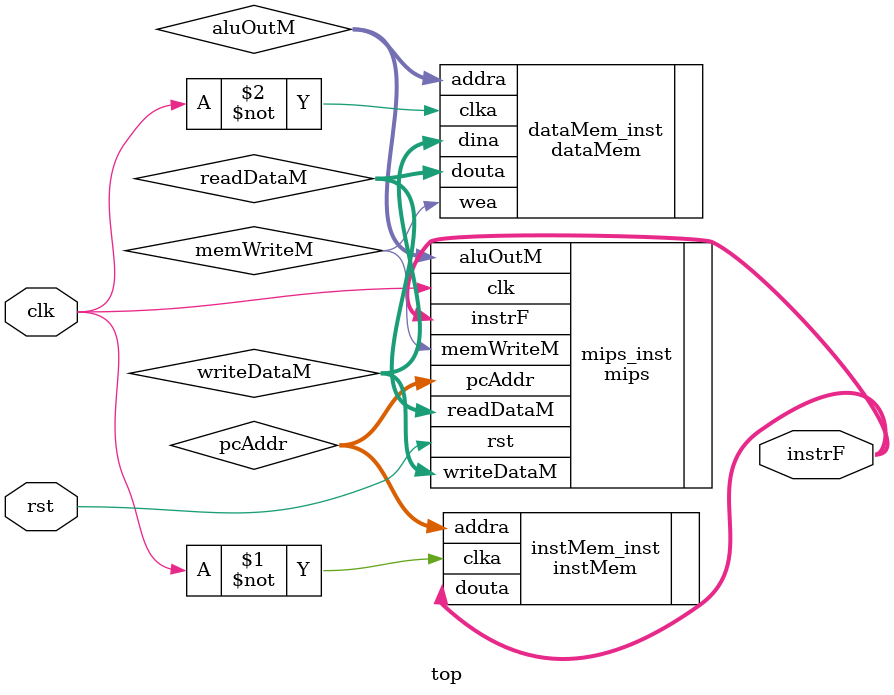
<source format=v>
`timescale 1ns/1ps

module top (
    input clk,rst,
    output [31:0]instrF
);
    wire [31:0]readDataM;
    wire [31:0]pcAddr,aluOutM,writeDataM;
    wire memWriteM;
    mips  mips_inst (
        .clk(clk),
        .rst(rst),
        .instrF(instrF),
        .readDataM(readDataM),
        .pcAddr(pcAddr),
        .aluOutM(aluOutM),
        .writeDataM(writeDataM),
        .memWriteM(memWriteM)
    );
    instMem instMem_inst(//clk下降沿读
        .clka(~clk),
        .addra(pcAddr),
        .douta(instrF)
    );
    dataMem dataMem_inst(//clk下降沿写存
        .clka(~clk),
        .wea(memWriteM),
        .addra(aluOutM),
        .dina(writeDataM),
        .douta(readDataM)
    );
endmodule
</source>
